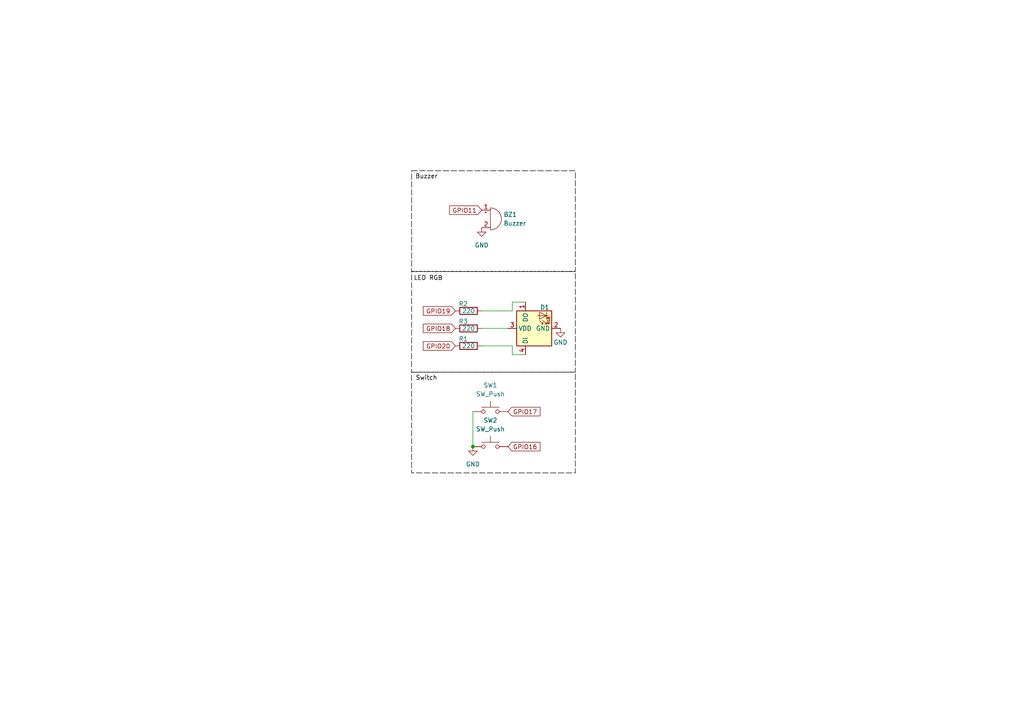
<source format=kicad_sch>
(kicad_sch (version 20250114) (generator "eeschema") (generator_version "9.0")
  (paper "A4")
  (title_block (title "Raspberry Pi Pico Logger - Peripherals") (date "2025-06-21") (rev "2.0") (company "Creator: Piotr Kłyś"))
  (lib_symbols
    (symbol "Device:Buzzer" (pin_names (offset 0.0254) (hide yes))
      (property "Reference" "BZ" (at 3.81 1.27 0))
      (property "Value" "Buzzer" (at 3.81 -1.27 0))
      (symbol "Buzzer_0_1"
        (polyline (pts (xy -1.651 1.905) (xy -1.143 1.905)))
        (polyline (pts (xy -1.397 2.159) (xy -1.397 1.651)))
        (arc (start 0 3.175) (mid 3.1612 0) (end 0 -3.175))
        (polyline (pts (xy 0 3.175) (xy 0 -3.175)))
      )
      (symbol "Buzzer_1_1"
        (pin passive line (at -2.54 2.54 0) (length 2.54) (name "+") (number "1"))
        (pin passive line (at -2.54 -2.54 0) (length 2.54) (name "-") (number "2"))
      )
    )
    (symbol "Device:R" (pin_numbers (hide yes)) (pin_names (offset 0))
      (property "Reference" "R" (at 2.032 0 90))
      (property "Value" "R" (at 0 0 90))
      (symbol "R_0_1"
        (rectangle (start -1.016 -2.54) (end 1.016 2.54) (stroke (width 0.254)))
      )
      (symbol "R_1_1"
        (pin passive line (at 0 3.81 270) (length 1.27) (name "~") (number "1"))
        (pin passive line (at 0 -3.81 90) (length 1.27) (name "~") (number "2"))
      )
    )
    (symbol "LED:APA-106-F5"
      (property "Reference" "D" (at 5.08 5.715 0))
      (property "Value" "APA-106-F5" (at 1.27 -5.715 0))
      (symbol "APA-106-F5_0_0"
        (text "RGB" (at 2.286 -4.191 0) (effects (font (size 0.762 0.762))))
      )
      (symbol "APA-106-F5_0_1"
        (polyline (pts (xy 1.27 -2.54) (xy 1.778 -2.54)))
        (polyline (pts (xy 1.27 -3.556) (xy 1.778 -3.556)))
        (polyline (pts (xy 2.286 -1.524) (xy 1.27 -2.54) (xy 1.27 -2.032)))
        (polyline (pts (xy 2.286 -2.54) (xy 1.27 -3.556) (xy 1.27 -3.048)))
        (polyline (pts (xy 3.683 -1.016) (xy 3.683 -3.556) (xy 3.683 -4.064)))
        (polyline (pts (xy 4.699 -1.524) (xy 2.667 -1.524) (xy 3.683 -3.556) (xy 4.699 -1.524)))
        (polyline (pts (xy 4.699 -3.556) (xy 2.667 -3.556)))
        (rectangle (start 5.08 5.08) (end -5.08 -5.08) (stroke (width 0.254)) (fill (type background)))
      )
      (symbol "APA-106-F5_1_1"
        (pin input line (at -7.62 2.54 0) (length 2.54) (name "DI") (number "4"))
        (pin power_in line (at 0 7.62 270) (length 2.54) (name "VDD") (number "3"))
        (pin power_in line (at 0 -7.62 90) (length 2.54) (name "GND") (number "2"))
        (pin output line (at 7.62 2.54 180) (length 2.54) (name "DO") (number "1"))
      )
    )
    (symbol "Switch:SW_Push" (pin_numbers (hide yes)) (pin_names (offset 1.016) (hide yes))
      (property "Reference" "SW" (at 1.27 2.54 0))
      (property "Value" "SW_Push" (at 0 -1.524 0))
      (symbol "SW_Push_0_1"
        (circle (center -2.032 0) (radius 0.508))
        (polyline (pts (xy 0 1.27) (xy 0 3.048)))
        (circle (center 2.032 0) (radius 0.508))
        (polyline (pts (xy 2.54 1.27) (xy -2.54 1.27)))
        (pin passive line (at -5.08 0 0) (length 2.54) (name "1") (number "1"))
        (pin passive line (at 5.08 0 180) (length 2.54) (name "2") (number "2"))
      )
    )
    (symbol "power:GND" (power) (pin_numbers (hide yes)) (pin_names (offset 0) (hide yes))
      (property "Value" "GND" (at 0 -3.81 0))
      (symbol "GND_0_1"
        (polyline (pts (xy 0 0) (xy 0 -1.27) (xy 1.27 -1.27) (xy 0 -2.54) (xy -1.27 -1.27) (xy 0 -1.27)))
      )
      (symbol "GND_1_1"
        (pin power_in line (at 0 0 270) (length 0) (name "~") (number "1"))
      )
    )
  )
  (rectangle (start 119.38 107.95) (end 166.878 137.16) (stroke (width 0) (type dash) (color 0 0 0 1)))
  (rectangle (start 119.38 78.74) (end 166.878 107.95) (stroke (width 0) (type dash) (color 0 0 0 1)))
  (rectangle (start 119.38 49.53) (end 166.878 78.74) (stroke (width 0) (type dash) (color 0 0 0 1)))
  (text "Buzzer" (at 123.698 51.308 0) (effects (font (size 1.27 1.27))))
  (text "LED RGB" (at 124.206 80.772 0) (effects (font (size 1.27 1.27))))
  (text "Switch" (at 123.698 109.728 0) (effects (font (size 1.27 1.27))))
  (junction (at 137.16 129.54))
  (wire (pts (xy 139.7 90.17) (xy 148.59 90.17)))
  (wire (pts (xy 148.59 100.33) (xy 148.59 102.87)))
  (wire (pts (xy 148.59 87.63) (xy 152.4 87.63)))
  (wire (pts (xy 139.7 100.33) (xy 148.59 100.33)))
  (wire (pts (xy 139.7 95.25) (xy 147.32 95.25)))
  (wire (pts (xy 148.59 90.17) (xy 148.59 87.63)))
  (wire (pts (xy 148.59 102.87) (xy 152.4 102.87)))
  (wire (pts (xy 137.16 119.38) (xy 137.16 129.54)))
  (global_label "GPIO16" (shape input) (at 147.32 129.54 0) (property "Intersheetrefs" "${INTERSHEET_REFS}" (effects (hide yes))))
  (global_label "GPIO17" (shape input) (at 147.32 119.38 0) (property "Intersheetrefs" "${INTERSHEET_REFS}" (effects (hide yes))))
  (global_label "GPIO11" (shape input) (at 139.7 60.96 180) (property "Intersheetrefs" "${INTERSHEET_REFS}" (effects (hide yes))))
  (global_label "GPIO18" (shape input) (at 132.08 95.25 180) (property "Intersheetrefs" "${INTERSHEET_REFS}" (effects (hide yes))))
  (global_label "GPIO20" (shape input) (at 132.08 100.33 180) (property "Intersheetrefs" "${INTERSHEET_REFS}" (effects (hide yes))))
  (global_label "GPIO19" (shape input) (at 132.08 90.17 180) (property "Intersheetrefs" "${INTERSHEET_REFS}" (effects (hide yes))))
  (symbol (lib_id "Device:Buzzer") (at 142.24 63.5 0) (unit 1)
    (property "Reference" "BZ1" (at 146.05 62.2299 0) (effects (justify left)))
    (property "Value" "Buzzer" (at 146.05 64.7699 0) (effects (justify left)))
    (property "Footprint" "Buzzer_Beeper:Buzzer_12x9.5RM7.6" (effects (hide yes)))
    (property "Description" "Buzzer, polarized" (effects (hide yes)))
  )
  (symbol (lib_id "power:GND") (at 137.16 129.54 0) (unit 1)
    (property "Reference" "#PWR021" (effects (hide yes)))
    (property "Value" "GND" (at 137.16 134.62 0))
    (property "Description" "Power symbol creates a global label with name \"GND\" , ground" (effects (hide yes)))
  )
  (symbol (lib_id "Device:R") (at 135.89 90.17 270) (unit 1)
    (property "Reference" "R2" (at 134.366 88.138 90))
    (property "Value" "220" (at 135.89 90.17 90))
    (property "Footprint" "Resistor_SMD:R_0805_2012Metric" (effects (hide yes)))
    (property "Description" "Resistor" (effects (hide yes)))
  )
  (symbol (lib_id "Device:R") (at 135.89 95.25 270) (unit 1)
    (property "Reference" "R3" (at 134.366 93.218 90))
    (property "Value" "220" (at 135.89 95.25 90))
    (property "Footprint" "Resistor_SMD:R_0805_2012Metric" (effects (hide yes)))
    (property "Description" "Resistor" (effects (hide yes)))
  )
  (symbol (lib_id "LED:APA-106-F5") (at 154.94 95.25 90) (unit 1)
    (property "Reference" "D1" (at 157.988 89.154 90))
    (property "Value" "APA-106-F5" (effects (hide yes)))
    (property "Footprint" "LED_SMD:LED_Avago_PLCC4_3.2x2.8mm_CW" (effects (hide yes)))
    (property "Datasheet" "https://cdn.sparkfun.com/datasheets/Components/LED/COM-12877.pdf" (effects (hide yes)))
    (property "Description" "RGB LED with integrated controller, 5mm Package" (effects (hide yes)))
  )
  (symbol (lib_id "power:GND") (at 139.7 66.04 0) (unit 1)
    (property "Reference" "#PWR05" (effects (hide yes)))
    (property "Value" "GND" (at 139.7 71.12 0))
    (property "Description" "Power symbol creates a global label with name \"GND\" , ground" (effects (hide yes)))
  )
  (symbol (lib_id "Switch:SW_Push") (at 142.24 129.54 0) (unit 1)
    (property "Reference" "SW2" (at 142.24 121.92 0))
    (property "Value" "SW_Push" (at 142.24 124.46 0))
    (property "Footprint" "Button_Switch_THT:SW_PUSH_6mm" (effects (hide yes)))
    (property "Description" "Push button switch, generic, two pins" (effects (hide yes)))
  )
  (symbol (lib_id "Device:R") (at 135.89 100.33 270) (unit 1)
    (property "Reference" "R1" (at 134.366 98.298 90))
    (property "Value" "220" (at 135.89 100.33 90))
    (property "Footprint" "Resistor_SMD:R_0805_2012Metric" (effects (hide yes)))
    (property "Description" "Resistor" (effects (hide yes)))
  )
  (symbol (lib_id "power:GND") (at 162.56 95.25 0) (unit 1)
    (property "Reference" "#PWR03" (effects (hide yes)))
    (property "Value" "GND" (at 162.56 99.314 0))
    (property "Description" "Power symbol creates a global label with name \"GND\" , ground" (effects (hide yes)))
  )
  (symbol (lib_id "Switch:SW_Push") (at 142.24 119.38 0) (unit 1)
    (property "Reference" "SW1" (at 142.24 111.76 0))
    (property "Value" "SW_Push" (at 142.24 114.3 0))
    (property "Footprint" "Button_Switch_THT:SW_PUSH_6mm" (effects (hide yes)))
    (property "Description" "Push button switch, generic, two pins" (effects (hide yes)))
  )
)
</source>
